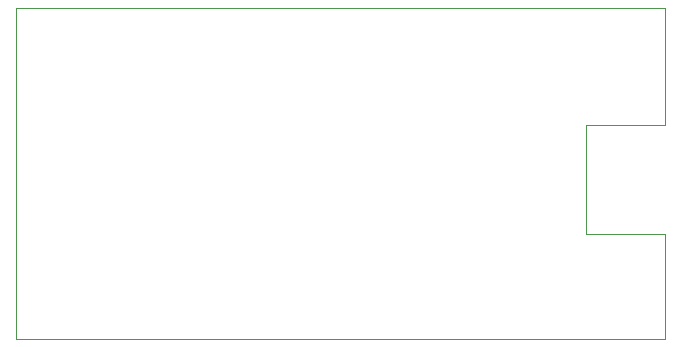
<source format=gm1>
%TF.GenerationSoftware,KiCad,Pcbnew,6.0.11+dfsg-1*%
%TF.CreationDate,2024-02-27T20:54:30-05:00*%
%TF.ProjectId,usb-c-expresscard,7573622d-632d-4657-9870-726573736361,rev?*%
%TF.SameCoordinates,Original*%
%TF.FileFunction,Profile,NP*%
%FSLAX46Y46*%
G04 Gerber Fmt 4.6, Leading zero omitted, Abs format (unit mm)*
G04 Created by KiCad (PCBNEW 6.0.11+dfsg-1) date 2024-02-27 20:54:30*
%MOMM*%
%LPD*%
G01*
G04 APERTURE LIST*
%TA.AperFunction,Profile*%
%ADD10C,0.010000*%
%TD*%
G04 APERTURE END LIST*
D10*
X195900000Y-89900000D02*
X189220000Y-89900000D01*
X189210000Y-99120000D01*
X195900000Y-99120000D01*
X195900000Y-108000000D01*
X141000000Y-108000000D01*
X141000000Y-80000000D01*
X195900000Y-80000000D01*
X195900000Y-89900000D01*
M02*

</source>
